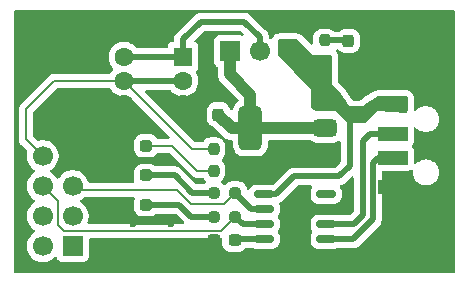
<source format=gbr>
%TF.GenerationSoftware,KiCad,Pcbnew,9.0.2*%
%TF.CreationDate,2025-05-29T11:38:48+08:00*%
%TF.ProjectId,uart_tool,75617274-5f74-46f6-9f6c-2e6b69636164,rev?*%
%TF.SameCoordinates,Original*%
%TF.FileFunction,Copper,L1,Top*%
%TF.FilePolarity,Positive*%
%FSLAX46Y46*%
G04 Gerber Fmt 4.6, Leading zero omitted, Abs format (unit mm)*
G04 Created by KiCad (PCBNEW 9.0.2) date 2025-05-29 11:38:48*
%MOMM*%
%LPD*%
G01*
G04 APERTURE LIST*
G04 Aperture macros list*
%AMRoundRect*
0 Rectangle with rounded corners*
0 $1 Rounding radius*
0 $2 $3 $4 $5 $6 $7 $8 $9 X,Y pos of 4 corners*
0 Add a 4 corners polygon primitive as box body*
4,1,4,$2,$3,$4,$5,$6,$7,$8,$9,$2,$3,0*
0 Add four circle primitives for the rounded corners*
1,1,$1+$1,$2,$3*
1,1,$1+$1,$4,$5*
1,1,$1+$1,$6,$7*
1,1,$1+$1,$8,$9*
0 Add four rect primitives between the rounded corners*
20,1,$1+$1,$2,$3,$4,$5,0*
20,1,$1+$1,$4,$5,$6,$7,0*
20,1,$1+$1,$6,$7,$8,$9,0*
20,1,$1+$1,$8,$9,$2,$3,0*%
G04 Aperture macros list end*
%TA.AperFunction,SMDPad,CuDef*%
%ADD10RoundRect,0.237500X-0.237500X0.250000X-0.237500X-0.250000X0.237500X-0.250000X0.237500X0.250000X0*%
%TD*%
%TA.AperFunction,SMDPad,CuDef*%
%ADD11RoundRect,0.237500X-0.287500X-0.237500X0.287500X-0.237500X0.287500X0.237500X-0.287500X0.237500X0*%
%TD*%
%TA.AperFunction,SMDPad,CuDef*%
%ADD12RoundRect,0.237500X-0.300000X-0.237500X0.300000X-0.237500X0.300000X0.237500X-0.300000X0.237500X0*%
%TD*%
%TA.AperFunction,SMDPad,CuDef*%
%ADD13RoundRect,0.237500X0.237500X-0.250000X0.237500X0.250000X-0.237500X0.250000X-0.237500X-0.250000X0*%
%TD*%
%TA.AperFunction,SMDPad,CuDef*%
%ADD14RoundRect,0.375000X0.625000X0.375000X-0.625000X0.375000X-0.625000X-0.375000X0.625000X-0.375000X0*%
%TD*%
%TA.AperFunction,SMDPad,CuDef*%
%ADD15RoundRect,0.500000X0.500000X1.400000X-0.500000X1.400000X-0.500000X-1.400000X0.500000X-1.400000X0*%
%TD*%
%TA.AperFunction,ComponentPad*%
%ADD16R,1.700000X1.700000*%
%TD*%
%TA.AperFunction,ComponentPad*%
%ADD17C,1.700000*%
%TD*%
%TA.AperFunction,SMDPad,CuDef*%
%ADD18RoundRect,0.237500X0.237500X-0.300000X0.237500X0.300000X-0.237500X0.300000X-0.237500X-0.300000X0*%
%TD*%
%TA.AperFunction,SMDPad,CuDef*%
%ADD19RoundRect,0.237500X0.250000X0.237500X-0.250000X0.237500X-0.250000X-0.237500X0.250000X-0.237500X0*%
%TD*%
%TA.AperFunction,SMDPad,CuDef*%
%ADD20R,2.500000X1.200000*%
%TD*%
%TA.AperFunction,ComponentPad*%
%ADD21O,4.000000X1.500000*%
%TD*%
%TA.AperFunction,ComponentPad*%
%ADD22R,1.600000X1.600000*%
%TD*%
%TA.AperFunction,ComponentPad*%
%ADD23C,1.600000*%
%TD*%
%TA.AperFunction,SMDPad,CuDef*%
%ADD24RoundRect,0.150000X0.675000X0.150000X-0.675000X0.150000X-0.675000X-0.150000X0.675000X-0.150000X0*%
%TD*%
%TA.AperFunction,SMDPad,CuDef*%
%ADD25RoundRect,0.237500X0.237500X-0.287500X0.237500X0.287500X-0.237500X0.287500X-0.237500X-0.287500X0*%
%TD*%
%TA.AperFunction,ViaPad*%
%ADD26C,0.600000*%
%TD*%
%TA.AperFunction,Conductor*%
%ADD27C,0.200000*%
%TD*%
%TA.AperFunction,Conductor*%
%ADD28C,0.500000*%
%TD*%
%TA.AperFunction,Conductor*%
%ADD29C,1.000000*%
%TD*%
G04 APERTURE END LIST*
D10*
%TO.P,R4,2*%
%TO.N,Net-(D4-A)*%
X176100000Y-97612500D03*
%TO.P,R4,1*%
%TO.N,/IO_CTRL*%
X176100000Y-95787500D03*
%TD*%
D11*
%TO.P,D4,1,K*%
%TO.N,GND*%
X168625000Y-95500000D03*
%TO.P,D4,2,A*%
%TO.N,Net-(D4-A)*%
X170375000Y-95500000D03*
%TD*%
%TO.P,D3,1,K*%
%TO.N,GND*%
X168625000Y-100500000D03*
%TO.P,D3,2,A*%
%TO.N,Net-(D3-A)*%
X170375000Y-100500000D03*
%TD*%
D12*
%TO.P,C3,1*%
%TO.N,GND*%
X176137500Y-103500000D03*
%TO.P,C3,2*%
%TO.N,Net-(U2-V3)*%
X177862500Y-103500000D03*
%TD*%
D13*
%TO.P,R1,1*%
%TO.N,VBUS*%
X185500000Y-88412500D03*
%TO.P,R1,2*%
%TO.N,Net-(D1-A)*%
X185500000Y-86587500D03*
%TD*%
D14*
%TO.P,U1,1,GND*%
%TO.N,GND*%
X185512500Y-96300000D03*
%TO.P,U1,2,VO*%
%TO.N,/3.3V*%
X185512500Y-94000000D03*
D15*
X179212500Y-94000000D03*
D14*
%TO.P,U1,3,VI*%
%TO.N,VBUS*%
X185512500Y-91700000D03*
%TD*%
D16*
%TO.P,J1,1,Pin_1*%
%TO.N,/3.3V*%
X177460000Y-87500000D03*
D17*
%TO.P,J1,2,Pin_2*%
%TO.N,/SW_PWR*%
X180000000Y-87500000D03*
%TO.P,J1,3,Pin_3*%
%TO.N,VBUS*%
X182540000Y-87500000D03*
%TD*%
D18*
%TO.P,C2,1*%
%TO.N,/3.3V*%
X176500000Y-92862500D03*
%TO.P,C2,2*%
%TO.N,GND*%
X176500000Y-91137500D03*
%TD*%
D19*
%TO.P,R3,1*%
%TO.N,/UART_RX*%
X177912500Y-101500000D03*
%TO.P,R3,2*%
%TO.N,Net-(D3-A)*%
X176087500Y-101500000D03*
%TD*%
D18*
%TO.P,C1,1*%
%TO.N,VBUS*%
X188200000Y-92862500D03*
%TO.P,C1,2*%
%TO.N,GND*%
X188200000Y-91137500D03*
%TD*%
D19*
%TO.P,R2,1*%
%TO.N,/UART_TX*%
X177912500Y-99500000D03*
%TO.P,R2,2*%
%TO.N,Net-(D2-A)*%
X176087500Y-99500000D03*
%TD*%
D11*
%TO.P,D2,1,K*%
%TO.N,GND*%
X168625000Y-98000000D03*
%TO.P,D2,2,A*%
%TO.N,Net-(D2-A)*%
X170375000Y-98000000D03*
%TD*%
D20*
%TO.P,USB1,1,VCC*%
%TO.N,VBUS*%
X191273000Y-92000000D03*
%TO.P,USB1,2,D-*%
%TO.N,/USB_D-*%
X191273000Y-94500000D03*
%TO.P,USB1,3,D+*%
%TO.N,/USB_D+*%
X191273000Y-96500000D03*
%TO.P,USB1,4,GND*%
%TO.N,GND*%
X191273000Y-99000000D03*
D21*
%TO.P,USB1,5,5*%
X194073000Y-101200000D03*
%TO.P,USB1,6,6*%
X194073000Y-89800000D03*
%TD*%
D22*
%TO.P,SW1,1,1*%
%TO.N,/SW_PWR*%
X173499500Y-88000000D03*
D23*
%TO.P,SW1,2,2*%
%TO.N,/IO_CTRL*%
X173500000Y-90000000D03*
%TO.P,SW1,3,3*%
%TO.N,GND*%
X173500000Y-92000000D03*
%TO.P,SW1,4,4*%
%TO.N,/SW_PWR*%
X168500000Y-88000000D03*
%TO.P,SW1,5,5*%
%TO.N,/IO_CTRL*%
X168500000Y-90000000D03*
%TO.P,SW1,6,6*%
%TO.N,GND*%
X168500000Y-92000000D03*
%TD*%
D24*
%TO.P,U2,1,UD+*%
%TO.N,/USB_D+*%
X185625000Y-103405000D03*
%TO.P,U2,2,UD-*%
%TO.N,/USB_D-*%
X185625000Y-102135000D03*
%TO.P,U2,3,GND*%
%TO.N,GND*%
X185625000Y-100865000D03*
%TO.P,U2,4,~{RTS}*%
%TO.N,unconnected-(U2-~{RTS}-Pad4)*%
X185625000Y-99595000D03*
%TO.P,U2,5,VCC*%
%TO.N,VBUS*%
X180375000Y-99595000D03*
%TO.P,U2,6,TXD*%
%TO.N,/UART_TX*%
X180375000Y-100865000D03*
%TO.P,U2,7,RXD*%
%TO.N,/UART_RX*%
X180375000Y-102135000D03*
%TO.P,U2,8,V3*%
%TO.N,Net-(U2-V3)*%
X180375000Y-103405000D03*
%TD*%
D16*
%TO.P,J3,1,Pin_1*%
%TO.N,VBUS*%
X164160254Y-103999181D03*
D17*
%TO.P,J3,2,Pin_2*%
X161620254Y-103999181D03*
%TO.P,J3,3,Pin_3*%
%TO.N,/3.3V*%
X164160254Y-101459181D03*
%TO.P,J3,4,Pin_4*%
X161620254Y-101459181D03*
%TO.P,J3,5,Pin_5*%
%TO.N,/UART_TX*%
X164160254Y-98919181D03*
%TO.P,J3,6,Pin_6*%
%TO.N,/UART_RX*%
X161620254Y-98919181D03*
%TO.P,J3,7,Pin_7*%
%TO.N,GND*%
X164160254Y-96379181D03*
%TO.P,J3,8,Pin_8*%
%TO.N,/IO_CTRL*%
X161620254Y-96379181D03*
%TO.P,J3,9,Pin_9*%
%TO.N,GND*%
X164160254Y-93839181D03*
%TO.P,J3,10,Pin_10*%
X161620254Y-93839181D03*
%TD*%
D25*
%TO.P,D1,1,K*%
%TO.N,GND*%
X187500000Y-88375000D03*
%TO.P,D1,2,A*%
%TO.N,Net-(D1-A)*%
X187500000Y-86625000D03*
%TD*%
D26*
%TO.N,GND*%
X172485254Y-102119181D03*
X169285254Y-102119181D03*
%TD*%
D27*
%TO.N,GND*%
X172485254Y-102119181D02*
X169285254Y-102119181D01*
X168625000Y-101458927D02*
X169285254Y-102119181D01*
X168625000Y-100500000D02*
X168625000Y-101458927D01*
%TO.N,/UART_RX*%
X162885254Y-100184181D02*
X161620254Y-98919181D01*
X162885254Y-102219181D02*
X162885254Y-100184181D01*
X163390073Y-102724000D02*
X162885254Y-102219181D01*
X176688500Y-102724000D02*
X163390073Y-102724000D01*
X177912500Y-101500000D02*
X176688500Y-102724000D01*
X177912500Y-101500000D02*
X177958468Y-101545967D01*
%TO.N,/UART_TX*%
X164460254Y-99219181D02*
X164160254Y-98919181D01*
X172985254Y-99219181D02*
X164460254Y-99219181D01*
X174185254Y-100419181D02*
X172985254Y-99219181D01*
X176993319Y-100419181D02*
X174185254Y-100419181D01*
X177912500Y-99500000D02*
X176993319Y-100419181D01*
%TO.N,/IO_CTRL*%
X160185254Y-92419181D02*
X160185254Y-94944181D01*
X162604435Y-90000000D02*
X160185254Y-92419181D01*
X160185254Y-94944181D02*
X161620254Y-96379181D01*
X168500000Y-90000000D02*
X162604435Y-90000000D01*
X174287500Y-95787500D02*
X168500000Y-90000000D01*
X176100000Y-95787500D02*
X174287500Y-95787500D01*
%TO.N,Net-(D4-A)*%
X174700000Y-97612500D02*
X172587500Y-95500000D01*
X176100000Y-97612500D02*
X174700000Y-97612500D01*
%TO.N,GND*%
X194073000Y-89800000D02*
X193800000Y-89800000D01*
D28*
X168625000Y-98000000D02*
X168100000Y-98000000D01*
D27*
X193800000Y-89800000D02*
X193500000Y-89500000D01*
D28*
%TO.N,VBUS*%
X181400000Y-99600000D02*
X182900000Y-98100000D01*
X186700000Y-98100000D02*
X187600000Y-97200000D01*
X187600000Y-97200000D02*
X187600000Y-93462500D01*
X181395000Y-99595000D02*
X181400000Y-99600000D01*
X182900000Y-98100000D02*
X186700000Y-98100000D01*
X180375000Y-99595000D02*
X181395000Y-99595000D01*
X187600000Y-93462500D02*
X188200000Y-92862500D01*
D29*
%TO.N,/3.3V*%
X179212500Y-94000000D02*
X179212500Y-91212500D01*
X179212500Y-94000000D02*
X185512500Y-94000000D01*
X176500000Y-92862500D02*
X177637500Y-94000000D01*
X177460000Y-89460000D02*
X177460000Y-87500000D01*
X179212500Y-91212500D02*
X177460000Y-89460000D01*
X177637500Y-94000000D02*
X179212500Y-94000000D01*
D28*
%TO.N,Net-(U2-V3)*%
X177957500Y-103405000D02*
X177862500Y-103500000D01*
X180375000Y-103405000D02*
X177957500Y-103405000D01*
%TO.N,Net-(D1-A)*%
X185500000Y-86587500D02*
X187462500Y-86587500D01*
X187462500Y-86587500D02*
X187500000Y-86625000D01*
%TO.N,Net-(D2-A)*%
X172800000Y-98000000D02*
X170375000Y-98000000D01*
X174300000Y-99500000D02*
X172800000Y-98000000D01*
X176087500Y-99500000D02*
X174300000Y-99500000D01*
%TO.N,Net-(D3-A)*%
X176087500Y-101500000D02*
X174200000Y-101500000D01*
X173200000Y-100500000D02*
X170375000Y-100500000D01*
X174200000Y-101500000D02*
X173200000Y-100500000D01*
D27*
%TO.N,Net-(D4-A)*%
X172587500Y-95500000D02*
X170375000Y-95500000D01*
D28*
%TO.N,/SW_PWR*%
X168500000Y-88000000D02*
X173499500Y-88000000D01*
X180000000Y-87500000D02*
X180000000Y-86297919D01*
X180000000Y-86297919D02*
X178702081Y-85000000D01*
X173499500Y-86500500D02*
X173499500Y-88000000D01*
X178702081Y-85000000D02*
X175000000Y-85000000D01*
X175000000Y-85000000D02*
X173499500Y-86500500D01*
%TO.N,/UART_RX*%
X178547500Y-102135000D02*
X177912500Y-101500000D01*
X180375000Y-102135000D02*
X178547500Y-102135000D01*
%TO.N,/IO_CTRL*%
X173500000Y-90000000D02*
X173600000Y-90100000D01*
X173500000Y-90000000D02*
X171600000Y-90000000D01*
X171600000Y-90000000D02*
X168500000Y-90000000D01*
%TO.N,/UART_TX*%
X179277500Y-100865000D02*
X177912500Y-99500000D01*
X180375000Y-100865000D02*
X179277500Y-100865000D01*
%TO.N,/USB_D-*%
X188700000Y-95100000D02*
X188700000Y-101400000D01*
X191273000Y-94500000D02*
X189300000Y-94500000D01*
X189300000Y-94500000D02*
X188700000Y-95100000D01*
X187965000Y-102135000D02*
X185625000Y-102135000D01*
X188700000Y-101400000D02*
X187965000Y-102135000D01*
%TO.N,/USB_D+*%
X190000000Y-96500000D02*
X189572000Y-96928000D01*
X189572000Y-101728000D02*
X187895000Y-103405000D01*
X189572000Y-96928000D02*
X189572000Y-101728000D01*
X191273000Y-96500000D02*
X190000000Y-96500000D01*
X187895000Y-103405000D02*
X185625000Y-103405000D01*
%TD*%
%TA.AperFunction,Conductor*%
%TO.N,GND*%
G36*
X169352092Y-99839366D02*
G01*
X169397847Y-99892170D01*
X169407791Y-99961328D01*
X169402759Y-99982683D01*
X169359826Y-100112247D01*
X169359826Y-100112248D01*
X169359825Y-100112248D01*
X169349500Y-100213315D01*
X169349500Y-100786669D01*
X169349501Y-100786687D01*
X169359825Y-100887752D01*
X169377393Y-100940766D01*
X169414092Y-101051516D01*
X169504660Y-101198350D01*
X169626650Y-101320340D01*
X169773484Y-101410908D01*
X169937247Y-101465174D01*
X170038323Y-101475500D01*
X170711676Y-101475499D01*
X170711684Y-101475498D01*
X170711687Y-101475498D01*
X170767030Y-101469844D01*
X170812753Y-101465174D01*
X170976516Y-101410908D01*
X171123350Y-101320340D01*
X171156871Y-101286819D01*
X171218194Y-101253334D01*
X171244552Y-101250500D01*
X172837770Y-101250500D01*
X172904809Y-101270185D01*
X172925451Y-101286819D01*
X173550452Y-101911819D01*
X173583937Y-101973142D01*
X173578953Y-102042833D01*
X173537082Y-102098767D01*
X173471617Y-102123184D01*
X173462771Y-102123500D01*
X165535074Y-102123500D01*
X165468035Y-102103815D01*
X165422280Y-102051011D01*
X165412336Y-101981853D01*
X165417143Y-101961182D01*
X165421778Y-101946917D01*
X165477500Y-101775424D01*
X165510754Y-101565468D01*
X165510754Y-101352894D01*
X165477500Y-101142938D01*
X165411811Y-100940769D01*
X165315305Y-100751365D01*
X165315303Y-100751362D01*
X165315302Y-100751360D01*
X165190363Y-100579394D01*
X165040040Y-100429071D01*
X164868074Y-100304132D01*
X164867369Y-100303772D01*
X164859308Y-100299666D01*
X164808513Y-100251693D01*
X164791717Y-100183873D01*
X164814253Y-100117737D01*
X164859308Y-100078696D01*
X164868070Y-100074232D01*
X164962813Y-100005398D01*
X165040040Y-99949290D01*
X165040042Y-99949287D01*
X165040046Y-99949285D01*
X165133331Y-99856000D01*
X165194654Y-99822515D01*
X165221012Y-99819681D01*
X169285053Y-99819681D01*
X169352092Y-99839366D01*
G37*
%TD.AperFunction*%
%TA.AperFunction,Conductor*%
G36*
X178406890Y-85770185D02*
G01*
X178427532Y-85786819D01*
X178619087Y-85978374D01*
X178652572Y-86039697D01*
X178647588Y-86109389D01*
X178605716Y-86165322D01*
X178540252Y-86189739D01*
X178488073Y-86182237D01*
X178417482Y-86155908D01*
X178417483Y-86155908D01*
X178357883Y-86149501D01*
X178357881Y-86149500D01*
X178357873Y-86149500D01*
X178357864Y-86149500D01*
X176562129Y-86149500D01*
X176562123Y-86149501D01*
X176502516Y-86155908D01*
X176367671Y-86206202D01*
X176367664Y-86206206D01*
X176252455Y-86292452D01*
X176252452Y-86292455D01*
X176166206Y-86407664D01*
X176166202Y-86407671D01*
X176115908Y-86542517D01*
X176109501Y-86602116D01*
X176109500Y-86602135D01*
X176109500Y-88397870D01*
X176109501Y-88397876D01*
X176115908Y-88457483D01*
X176166202Y-88592328D01*
X176166206Y-88592335D01*
X176252452Y-88707544D01*
X176252455Y-88707547D01*
X176367665Y-88793794D01*
X176367667Y-88793794D01*
X176367669Y-88793796D01*
X176378830Y-88797958D01*
X176434764Y-88839826D01*
X176459184Y-88905289D01*
X176459500Y-88914141D01*
X176459500Y-89558543D01*
X176476600Y-89644506D01*
X176476600Y-89644507D01*
X176497947Y-89751829D01*
X176497949Y-89751836D01*
X176504734Y-89768217D01*
X176573366Y-89933911D01*
X176573371Y-89933920D01*
X176682859Y-90097780D01*
X176682860Y-90097781D01*
X176682861Y-90097782D01*
X176822218Y-90237139D01*
X176822219Y-90237139D01*
X176829286Y-90244206D01*
X176829285Y-90244206D01*
X176829289Y-90244209D01*
X178164659Y-91579579D01*
X178198144Y-91640902D01*
X178193160Y-91710594D01*
X178155339Y-91763362D01*
X178001390Y-91888890D01*
X177872804Y-92046590D01*
X177872802Y-92046593D01*
X177809981Y-92166858D01*
X177778590Y-92226953D01*
X177749766Y-92327688D01*
X177725572Y-92412247D01*
X177725474Y-92412588D01*
X177722797Y-92416817D01*
X177722440Y-92421810D01*
X177704298Y-92446043D01*
X177688107Y-92471625D01*
X177683567Y-92473736D01*
X177680568Y-92477743D01*
X177652204Y-92488322D01*
X177624753Y-92501089D01*
X177619793Y-92500410D01*
X177615104Y-92502160D01*
X177585525Y-92495725D01*
X177555527Y-92491624D01*
X177550387Y-92488081D01*
X177546831Y-92487308D01*
X177518577Y-92466157D01*
X177486206Y-92433786D01*
X177456181Y-92385109D01*
X177410908Y-92248484D01*
X177320340Y-92101650D01*
X177198350Y-91979660D01*
X177051516Y-91889092D01*
X176887753Y-91834826D01*
X176887751Y-91834825D01*
X176786678Y-91824500D01*
X176213330Y-91824500D01*
X176213312Y-91824501D01*
X176112247Y-91834825D01*
X175948484Y-91889092D01*
X175948481Y-91889093D01*
X175801648Y-91979661D01*
X175679661Y-92101648D01*
X175589093Y-92248481D01*
X175589092Y-92248484D01*
X175534826Y-92412247D01*
X175534826Y-92412248D01*
X175534825Y-92412248D01*
X175524500Y-92513315D01*
X175524500Y-92626064D01*
X175522117Y-92650255D01*
X175499500Y-92763956D01*
X175499500Y-92763960D01*
X175499500Y-92961040D01*
X175507150Y-92999500D01*
X175522118Y-93074752D01*
X175524500Y-93098941D01*
X175524500Y-93211668D01*
X175524501Y-93211687D01*
X175534825Y-93312752D01*
X175565695Y-93405909D01*
X175589092Y-93476516D01*
X175679660Y-93623350D01*
X175801650Y-93745340D01*
X175948484Y-93835908D01*
X176085110Y-93881181D01*
X176133786Y-93911206D01*
X176857235Y-94634655D01*
X176857264Y-94634686D01*
X176999714Y-94777136D01*
X176999718Y-94777139D01*
X177163579Y-94886628D01*
X177163592Y-94886635D01*
X177292333Y-94939961D01*
X177327823Y-94954661D01*
X177345664Y-94962051D01*
X177427936Y-94978416D01*
X177538959Y-95000500D01*
X177538960Y-95000500D01*
X177596197Y-95000500D01*
X177604323Y-95001579D01*
X177629067Y-95012558D01*
X177655040Y-95020185D01*
X177660527Y-95026517D01*
X177668188Y-95029917D01*
X177683068Y-95052531D01*
X177700795Y-95072989D01*
X177702901Y-95082672D01*
X177706594Y-95088284D01*
X177706723Y-95100238D01*
X177712001Y-95124500D01*
X177712001Y-95458034D01*
X177722613Y-95577415D01*
X177778589Y-95773045D01*
X177778590Y-95773048D01*
X177778591Y-95773049D01*
X177872802Y-95953407D01*
X177907477Y-95995933D01*
X178001390Y-96111109D01*
X178060620Y-96159404D01*
X178159093Y-96239698D01*
X178339451Y-96333909D01*
X178535082Y-96389886D01*
X178654463Y-96400500D01*
X179770536Y-96400499D01*
X179889918Y-96389886D01*
X180085549Y-96333909D01*
X180265907Y-96239698D01*
X180423609Y-96111109D01*
X180552198Y-95953407D01*
X180646409Y-95773049D01*
X180702386Y-95577418D01*
X180713000Y-95458037D01*
X180713000Y-95124500D01*
X180732685Y-95057461D01*
X180785489Y-95011706D01*
X180837000Y-95000500D01*
X184224576Y-95000500D01*
X184291615Y-95020185D01*
X184302260Y-95027850D01*
X184362969Y-95076650D01*
X184413204Y-95117030D01*
X184413207Y-95117032D01*
X184583802Y-95201639D01*
X184583803Y-95201639D01*
X184583807Y-95201641D01*
X184768611Y-95247600D01*
X184811377Y-95250500D01*
X186213622Y-95250499D01*
X186256389Y-95247600D01*
X186441193Y-95201641D01*
X186611796Y-95117030D01*
X186647813Y-95088078D01*
X186712396Y-95061419D01*
X186781140Y-95073909D01*
X186832219Y-95121582D01*
X186849500Y-95184725D01*
X186849500Y-96837770D01*
X186829815Y-96904809D01*
X186813181Y-96925451D01*
X186425451Y-97313181D01*
X186364128Y-97346666D01*
X186337770Y-97349500D01*
X182826080Y-97349500D01*
X182681092Y-97378340D01*
X182681082Y-97378343D01*
X182544511Y-97434912D01*
X182544498Y-97434919D01*
X182421584Y-97517048D01*
X182421580Y-97517051D01*
X181180450Y-98758181D01*
X181119127Y-98791666D01*
X181092769Y-98794500D01*
X179634298Y-98794500D01*
X179597432Y-98797401D01*
X179597426Y-98797402D01*
X179439606Y-98843254D01*
X179439603Y-98843255D01*
X179298137Y-98926917D01*
X179298129Y-98926923D01*
X179181923Y-99043129D01*
X179181916Y-99043138D01*
X179118400Y-99150539D01*
X179067331Y-99198223D01*
X178998589Y-99210726D01*
X178934000Y-99184080D01*
X178894070Y-99126745D01*
X178890413Y-99113365D01*
X178890174Y-99112252D01*
X178890174Y-99112247D01*
X178835908Y-98948484D01*
X178745340Y-98801650D01*
X178623350Y-98679660D01*
X178492573Y-98598996D01*
X178476518Y-98589093D01*
X178476513Y-98589091D01*
X178459502Y-98583454D01*
X178312753Y-98534826D01*
X178312751Y-98534825D01*
X178211678Y-98524500D01*
X177613330Y-98524500D01*
X177613312Y-98524501D01*
X177512247Y-98534825D01*
X177348484Y-98589092D01*
X177348481Y-98589093D01*
X177201648Y-98679661D01*
X177087681Y-98793629D01*
X177081930Y-98796768D01*
X177078216Y-98802168D01*
X177051640Y-98813308D01*
X177026358Y-98827114D01*
X177019823Y-98826646D01*
X177013780Y-98829180D01*
X176985406Y-98824185D01*
X176956666Y-98822130D01*
X176949819Y-98817921D01*
X176944968Y-98817067D01*
X176924318Y-98802242D01*
X176915891Y-98797062D01*
X176914083Y-98795393D01*
X176798350Y-98679660D01*
X176769302Y-98661743D01*
X176760496Y-98653614D01*
X176748453Y-98633512D01*
X176732784Y-98616092D01*
X176730832Y-98604100D01*
X176724588Y-98593677D01*
X176725324Y-98570256D01*
X176721561Y-98547129D01*
X176726402Y-98535984D01*
X176726785Y-98523842D01*
X176740065Y-98504538D01*
X176749404Y-98483047D01*
X176762897Y-98471355D01*
X176766389Y-98466280D01*
X176770970Y-98464359D01*
X176779509Y-98456961D01*
X176798350Y-98445340D01*
X176920340Y-98323350D01*
X177010908Y-98176516D01*
X177065174Y-98012753D01*
X177075500Y-97911677D01*
X177075499Y-97313324D01*
X177075484Y-97313181D01*
X177065174Y-97212247D01*
X177054376Y-97179661D01*
X177010908Y-97048484D01*
X176920340Y-96901650D01*
X176806371Y-96787681D01*
X176772886Y-96726358D01*
X176777870Y-96656666D01*
X176806371Y-96612319D01*
X176819009Y-96599681D01*
X176920340Y-96498350D01*
X177010908Y-96351516D01*
X177065174Y-96187753D01*
X177075500Y-96086677D01*
X177075499Y-95488324D01*
X177065174Y-95387247D01*
X177010908Y-95223484D01*
X176920340Y-95076650D01*
X176798350Y-94954660D01*
X176707129Y-94898395D01*
X176651518Y-94864093D01*
X176651513Y-94864091D01*
X176631656Y-94857511D01*
X176487753Y-94809826D01*
X176487751Y-94809825D01*
X176386678Y-94799500D01*
X175813330Y-94799500D01*
X175813312Y-94799501D01*
X175712247Y-94809825D01*
X175548484Y-94864092D01*
X175548481Y-94864093D01*
X175401648Y-94954661D01*
X175279659Y-95076650D01*
X175247928Y-95128096D01*
X175195980Y-95174821D01*
X175142389Y-95187000D01*
X174587597Y-95187000D01*
X174520558Y-95167315D01*
X174499916Y-95150681D01*
X170311416Y-90962181D01*
X170277931Y-90900858D01*
X170282915Y-90831166D01*
X170324787Y-90775233D01*
X170390251Y-90750816D01*
X170399097Y-90750500D01*
X171526082Y-90750500D01*
X172374582Y-90750500D01*
X172441621Y-90770185D01*
X172474900Y-90801615D01*
X172508028Y-90847212D01*
X172508032Y-90847217D01*
X172652786Y-90991971D01*
X172807749Y-91104556D01*
X172818390Y-91112287D01*
X172907457Y-91157669D01*
X173000776Y-91205218D01*
X173000778Y-91205218D01*
X173000781Y-91205220D01*
X173105137Y-91239127D01*
X173195465Y-91268477D01*
X173296557Y-91284488D01*
X173397648Y-91300500D01*
X173397649Y-91300500D01*
X173602351Y-91300500D01*
X173602352Y-91300500D01*
X173804534Y-91268477D01*
X173999219Y-91205220D01*
X174181610Y-91112287D01*
X174277736Y-91042448D01*
X174347213Y-90991971D01*
X174347215Y-90991968D01*
X174347219Y-90991966D01*
X174491966Y-90847219D01*
X174491968Y-90847215D01*
X174491971Y-90847213D01*
X174570897Y-90738579D01*
X174612287Y-90681610D01*
X174705220Y-90499219D01*
X174768477Y-90304534D01*
X174800500Y-90102352D01*
X174800500Y-89897648D01*
X174768477Y-89695466D01*
X174751919Y-89644507D01*
X174711296Y-89519481D01*
X174705220Y-89500781D01*
X174705218Y-89500778D01*
X174705218Y-89500776D01*
X174661611Y-89415194D01*
X174612707Y-89319215D01*
X174599812Y-89250549D01*
X174626088Y-89185809D01*
X174648883Y-89163656D01*
X174657046Y-89157546D01*
X174743296Y-89042331D01*
X174793591Y-88907483D01*
X174800000Y-88847873D01*
X174799999Y-87152128D01*
X174793591Y-87092517D01*
X174744793Y-86961684D01*
X174743297Y-86957671D01*
X174743293Y-86957664D01*
X174657047Y-86842455D01*
X174657044Y-86842452D01*
X174541835Y-86756206D01*
X174534132Y-86752000D01*
X174484727Y-86702594D01*
X174469876Y-86634321D01*
X174494294Y-86568857D01*
X174505872Y-86555494D01*
X175274548Y-85786819D01*
X175335871Y-85753334D01*
X175362229Y-85750500D01*
X178339851Y-85750500D01*
X178406890Y-85770185D01*
G37*
%TD.AperFunction*%
%TA.AperFunction,Conductor*%
G36*
X167337437Y-90620185D02*
G01*
X167380883Y-90668205D01*
X167387715Y-90681614D01*
X167508028Y-90847213D01*
X167652786Y-90991971D01*
X167807749Y-91104556D01*
X167818390Y-91112287D01*
X167907457Y-91157669D01*
X168000776Y-91205218D01*
X168000778Y-91205218D01*
X168000781Y-91205220D01*
X168105137Y-91239127D01*
X168195465Y-91268477D01*
X168296557Y-91284488D01*
X168397648Y-91300500D01*
X168397649Y-91300500D01*
X168602351Y-91300500D01*
X168602352Y-91300500D01*
X168804534Y-91268477D01*
X168818842Y-91263827D01*
X168888682Y-91261831D01*
X168944842Y-91294077D01*
X172338584Y-94687819D01*
X172372069Y-94749142D01*
X172367085Y-94818834D01*
X172325213Y-94874767D01*
X172259749Y-94899184D01*
X172250903Y-94899500D01*
X171374901Y-94899500D01*
X171307862Y-94879815D01*
X171269362Y-94840596D01*
X171245340Y-94801650D01*
X171123351Y-94679661D01*
X171123350Y-94679660D01*
X170976516Y-94589092D01*
X170812753Y-94534826D01*
X170812751Y-94534825D01*
X170711678Y-94524500D01*
X170038330Y-94524500D01*
X170038312Y-94524501D01*
X169937247Y-94534825D01*
X169773484Y-94589092D01*
X169773481Y-94589093D01*
X169626648Y-94679661D01*
X169504661Y-94801648D01*
X169414093Y-94948481D01*
X169414091Y-94948486D01*
X169389322Y-95023235D01*
X169359826Y-95112247D01*
X169359826Y-95112248D01*
X169359825Y-95112248D01*
X169349500Y-95213315D01*
X169349500Y-95786669D01*
X169349501Y-95786687D01*
X169359825Y-95887752D01*
X169396109Y-95997249D01*
X169414092Y-96051516D01*
X169504660Y-96198350D01*
X169626650Y-96320340D01*
X169773484Y-96410908D01*
X169937247Y-96465174D01*
X170038323Y-96475500D01*
X170711676Y-96475499D01*
X170711684Y-96475498D01*
X170711687Y-96475498D01*
X170778568Y-96468666D01*
X170812753Y-96465174D01*
X170976516Y-96410908D01*
X171123350Y-96320340D01*
X171245340Y-96198350D01*
X171269362Y-96159404D01*
X171321310Y-96112679D01*
X171374901Y-96100500D01*
X172287403Y-96100500D01*
X172354442Y-96120185D01*
X172375084Y-96136819D01*
X174215139Y-97976874D01*
X174215149Y-97976885D01*
X174219479Y-97981215D01*
X174219480Y-97981216D01*
X174331284Y-98093020D01*
X174331286Y-98093021D01*
X174331290Y-98093024D01*
X174416192Y-98142042D01*
X174416193Y-98142042D01*
X174468215Y-98172077D01*
X174620943Y-98213000D01*
X175142389Y-98213000D01*
X175209428Y-98232685D01*
X175247928Y-98271904D01*
X175257681Y-98287717D01*
X175279660Y-98323350D01*
X175401650Y-98445340D01*
X175407988Y-98449249D01*
X175427760Y-98471230D01*
X175449429Y-98491337D01*
X175450862Y-98496912D01*
X175454713Y-98501194D01*
X175459462Y-98530375D01*
X175466822Y-98559007D01*
X175465012Y-98564472D01*
X175465938Y-98570156D01*
X175454158Y-98597268D01*
X175444869Y-98625338D01*
X175439926Y-98630027D01*
X175438097Y-98634239D01*
X175420862Y-98651210D01*
X175414711Y-98656183D01*
X175376650Y-98679660D01*
X175338500Y-98717809D01*
X175333416Y-98721921D01*
X175306955Y-98732933D01*
X175281806Y-98746666D01*
X175271224Y-98747803D01*
X175268910Y-98748767D01*
X175266413Y-98748320D01*
X175255448Y-98749500D01*
X174662229Y-98749500D01*
X174595190Y-98729815D01*
X174574548Y-98713181D01*
X173278421Y-97417052D01*
X173278414Y-97417046D01*
X173204729Y-97367812D01*
X173204729Y-97367813D01*
X173155491Y-97334913D01*
X173018917Y-97278343D01*
X173018907Y-97278340D01*
X172873920Y-97249500D01*
X172873918Y-97249500D01*
X171244552Y-97249500D01*
X171177513Y-97229815D01*
X171156871Y-97213181D01*
X171123351Y-97179661D01*
X171123350Y-97179660D01*
X170976516Y-97089092D01*
X170812753Y-97034826D01*
X170812751Y-97034825D01*
X170711678Y-97024500D01*
X170038330Y-97024500D01*
X170038312Y-97024501D01*
X169937247Y-97034825D01*
X169773484Y-97089092D01*
X169773481Y-97089093D01*
X169626648Y-97179661D01*
X169504661Y-97301648D01*
X169414093Y-97448481D01*
X169414091Y-97448486D01*
X169391372Y-97517048D01*
X169359826Y-97612247D01*
X169359826Y-97612248D01*
X169359825Y-97612248D01*
X169349500Y-97713315D01*
X169349500Y-98286669D01*
X169349501Y-98286687D01*
X169359825Y-98387752D01*
X169382334Y-98455676D01*
X169384736Y-98525505D01*
X169349005Y-98585547D01*
X169286484Y-98616740D01*
X169264628Y-98618681D01*
X165572706Y-98618681D01*
X165505667Y-98598996D01*
X165459912Y-98546192D01*
X165454775Y-98532999D01*
X165411811Y-98400769D01*
X165315305Y-98211365D01*
X165315303Y-98211362D01*
X165315302Y-98211360D01*
X165190363Y-98039394D01*
X165040040Y-97889071D01*
X164868074Y-97764132D01*
X164678668Y-97667625D01*
X164678667Y-97667624D01*
X164678666Y-97667624D01*
X164476497Y-97601935D01*
X164476495Y-97601934D01*
X164476494Y-97601934D01*
X164299650Y-97573925D01*
X164266541Y-97568681D01*
X164053967Y-97568681D01*
X164020858Y-97573925D01*
X163844014Y-97601934D01*
X163641839Y-97667625D01*
X163452433Y-97764132D01*
X163280467Y-97889071D01*
X163130144Y-98039394D01*
X163005203Y-98211363D01*
X163000738Y-98220127D01*
X162952763Y-98270923D01*
X162884942Y-98287717D01*
X162818807Y-98265179D01*
X162779770Y-98220127D01*
X162775304Y-98211363D01*
X162650363Y-98039394D01*
X162500040Y-97889071D01*
X162328074Y-97764132D01*
X162327369Y-97763772D01*
X162319308Y-97759666D01*
X162268513Y-97711693D01*
X162251717Y-97643873D01*
X162274253Y-97577737D01*
X162319308Y-97538696D01*
X162328070Y-97534232D01*
X162433620Y-97457546D01*
X162500040Y-97409290D01*
X162500042Y-97409287D01*
X162500046Y-97409285D01*
X162650358Y-97258973D01*
X162650360Y-97258969D01*
X162650363Y-97258967D01*
X162775302Y-97087001D01*
X162775301Y-97087001D01*
X162775305Y-97086997D01*
X162871811Y-96897593D01*
X162937500Y-96695424D01*
X162970754Y-96485468D01*
X162970754Y-96272894D01*
X162937500Y-96062938D01*
X162871811Y-95860769D01*
X162775305Y-95671365D01*
X162775303Y-95671362D01*
X162775302Y-95671360D01*
X162650363Y-95499394D01*
X162500040Y-95349071D01*
X162328074Y-95224132D01*
X162138668Y-95127625D01*
X162138667Y-95127624D01*
X162138666Y-95127624D01*
X161936497Y-95061935D01*
X161936495Y-95061934D01*
X161936494Y-95061934D01*
X161775211Y-95036389D01*
X161726541Y-95028681D01*
X161513967Y-95028681D01*
X161485260Y-95033227D01*
X161304011Y-95061934D01*
X161261727Y-95075673D01*
X161191886Y-95077667D01*
X161135730Y-95045422D01*
X160822073Y-94731765D01*
X160788588Y-94670442D01*
X160785754Y-94644084D01*
X160785754Y-92719278D01*
X160805439Y-92652239D01*
X160822073Y-92631597D01*
X162816852Y-90636819D01*
X162878175Y-90603334D01*
X162904533Y-90600500D01*
X167270398Y-90600500D01*
X167337437Y-90620185D01*
G37*
%TD.AperFunction*%
%TA.AperFunction,Conductor*%
G36*
X196442539Y-84020185D02*
G01*
X196488294Y-84072989D01*
X196499500Y-84124500D01*
X196499500Y-89415194D01*
X196495275Y-89447285D01*
X196490500Y-89465103D01*
X196490500Y-101534893D01*
X196495275Y-101552713D01*
X196499500Y-101584805D01*
X196499500Y-106176000D01*
X196479815Y-106243039D01*
X196427011Y-106288794D01*
X196375500Y-106300000D01*
X159324000Y-106300000D01*
X159256961Y-106280315D01*
X159211206Y-106227511D01*
X159200000Y-106176000D01*
X159200000Y-95023235D01*
X159584752Y-95023235D01*
X159590697Y-95045422D01*
X159618149Y-95147873D01*
X159625677Y-95175965D01*
X159625678Y-95175968D01*
X159632049Y-95187002D01*
X159632050Y-95187004D01*
X159704731Y-95312893D01*
X159704735Y-95312898D01*
X159823603Y-95431766D01*
X159823609Y-95431771D01*
X160286495Y-95894657D01*
X160319980Y-95955980D01*
X160316746Y-96020654D01*
X160303007Y-96062938D01*
X160275012Y-96239695D01*
X160269754Y-96272894D01*
X160269754Y-96485468D01*
X160278131Y-96538358D01*
X160298483Y-96666858D01*
X160303008Y-96695424D01*
X160349259Y-96837770D01*
X160368698Y-96897595D01*
X160465205Y-97087001D01*
X160590144Y-97258967D01*
X160740467Y-97409290D01*
X160912436Y-97534231D01*
X160921200Y-97538697D01*
X160971996Y-97586672D01*
X160988790Y-97654493D01*
X160966252Y-97720628D01*
X160921200Y-97759665D01*
X160912436Y-97764130D01*
X160740467Y-97889071D01*
X160590144Y-98039394D01*
X160465205Y-98211360D01*
X160368698Y-98400766D01*
X160303007Y-98602941D01*
X160269754Y-98812894D01*
X160269754Y-99025467D01*
X160299507Y-99213324D01*
X160303008Y-99235424D01*
X160365135Y-99426631D01*
X160368698Y-99437595D01*
X160465205Y-99627001D01*
X160590144Y-99798967D01*
X160740467Y-99949290D01*
X160912436Y-100074231D01*
X160921200Y-100078697D01*
X160971996Y-100126672D01*
X160988790Y-100194493D01*
X160966252Y-100260628D01*
X160921200Y-100299665D01*
X160912436Y-100304130D01*
X160740467Y-100429071D01*
X160590144Y-100579394D01*
X160465205Y-100751360D01*
X160368698Y-100940766D01*
X160303007Y-101142941D01*
X160269754Y-101352894D01*
X160269754Y-101565467D01*
X160294958Y-101724603D01*
X160303008Y-101775424D01*
X160366067Y-101969500D01*
X160368698Y-101977595D01*
X160465205Y-102167001D01*
X160590144Y-102338967D01*
X160740467Y-102489290D01*
X160912436Y-102614231D01*
X160921200Y-102618697D01*
X160971996Y-102666672D01*
X160988790Y-102734493D01*
X160966252Y-102800628D01*
X160921200Y-102839665D01*
X160912436Y-102844130D01*
X160740467Y-102969071D01*
X160590144Y-103119394D01*
X160465205Y-103291360D01*
X160368698Y-103480766D01*
X160303007Y-103682941D01*
X160282028Y-103815398D01*
X160269754Y-103892894D01*
X160269754Y-104105468D01*
X160303008Y-104315424D01*
X160355019Y-104475498D01*
X160368698Y-104517595D01*
X160465205Y-104707001D01*
X160590144Y-104878967D01*
X160740467Y-105029290D01*
X160912433Y-105154229D01*
X160912435Y-105154230D01*
X160912438Y-105154232D01*
X161101842Y-105250738D01*
X161304011Y-105316427D01*
X161513967Y-105349681D01*
X161513968Y-105349681D01*
X161726540Y-105349681D01*
X161726541Y-105349681D01*
X161936497Y-105316427D01*
X162138666Y-105250738D01*
X162328070Y-105154232D01*
X162500046Y-105029285D01*
X162613583Y-104915747D01*
X162674902Y-104882265D01*
X162744594Y-104887249D01*
X162800528Y-104929120D01*
X162817443Y-104960098D01*
X162866456Y-105091509D01*
X162866460Y-105091516D01*
X162952706Y-105206725D01*
X162952709Y-105206728D01*
X163067918Y-105292974D01*
X163067925Y-105292978D01*
X163202771Y-105343272D01*
X163202770Y-105343272D01*
X163209698Y-105344016D01*
X163262381Y-105349681D01*
X165058126Y-105349680D01*
X165117737Y-105343272D01*
X165252585Y-105292977D01*
X165367800Y-105206727D01*
X165454050Y-105091512D01*
X165504345Y-104956664D01*
X165510754Y-104897054D01*
X165510753Y-103448499D01*
X165530438Y-103381461D01*
X165583241Y-103335706D01*
X165634753Y-103324500D01*
X176601832Y-103324500D01*
X176609439Y-103324500D01*
X176609443Y-103324501D01*
X176700501Y-103324501D01*
X176767541Y-103344186D01*
X176813295Y-103396991D01*
X176813296Y-103397001D01*
X176824500Y-103448501D01*
X176824500Y-103786668D01*
X176824501Y-103786687D01*
X176834825Y-103887752D01*
X176871109Y-103997249D01*
X176889092Y-104051516D01*
X176979660Y-104198350D01*
X177101650Y-104320340D01*
X177248484Y-104410908D01*
X177412247Y-104465174D01*
X177513323Y-104475500D01*
X178211676Y-104475499D01*
X178211684Y-104475498D01*
X178211687Y-104475498D01*
X178267030Y-104469844D01*
X178312753Y-104465174D01*
X178476516Y-104410908D01*
X178623350Y-104320340D01*
X178745340Y-104198350D01*
X178745340Y-104198349D01*
X178750447Y-104193243D01*
X178752411Y-104195207D01*
X178799010Y-104162212D01*
X178839254Y-104155500D01*
X179417672Y-104155500D01*
X179452267Y-104160424D01*
X179597426Y-104202597D01*
X179597429Y-104202597D01*
X179597431Y-104202598D01*
X179634306Y-104205500D01*
X179634314Y-104205500D01*
X181115686Y-104205500D01*
X181115694Y-104205500D01*
X181152569Y-104202598D01*
X181152571Y-104202597D01*
X181152573Y-104202597D01*
X181194191Y-104190505D01*
X181310398Y-104156744D01*
X181451865Y-104073081D01*
X181568081Y-103956865D01*
X181651744Y-103815398D01*
X181697598Y-103657569D01*
X181700500Y-103620694D01*
X181700500Y-103189306D01*
X181697598Y-103152431D01*
X181687998Y-103119389D01*
X181651745Y-102994606D01*
X181651744Y-102994603D01*
X181651744Y-102994602D01*
X181568081Y-102853135D01*
X181568078Y-102853132D01*
X181563298Y-102846969D01*
X181565750Y-102845066D01*
X181539155Y-102796421D01*
X181544104Y-102726726D01*
X181564940Y-102694304D01*
X181563298Y-102693031D01*
X181568075Y-102686870D01*
X181568081Y-102686865D01*
X181651744Y-102545398D01*
X181697598Y-102387569D01*
X181700500Y-102350694D01*
X181700500Y-101919306D01*
X181697598Y-101882431D01*
X181693841Y-101869500D01*
X181651745Y-101724606D01*
X181651744Y-101724603D01*
X181651744Y-101724602D01*
X181568081Y-101583135D01*
X181568078Y-101583132D01*
X181563298Y-101576969D01*
X181565750Y-101575066D01*
X181539155Y-101526421D01*
X181544104Y-101456726D01*
X181564940Y-101424304D01*
X181563298Y-101423031D01*
X181568075Y-101416870D01*
X181568081Y-101416865D01*
X181651744Y-101275398D01*
X181697598Y-101117569D01*
X181700500Y-101080694D01*
X181700500Y-100649306D01*
X181697598Y-100612431D01*
X181687998Y-100579389D01*
X181651745Y-100454606D01*
X181651744Y-100454602D01*
X181651741Y-100454597D01*
X181648647Y-100447446D01*
X181651410Y-100446249D01*
X181637688Y-100392171D01*
X181659845Y-100325908D01*
X181714148Y-100282209D01*
X181755494Y-100265084D01*
X181878416Y-100182952D01*
X181982952Y-100078416D01*
X181982952Y-100078415D01*
X183174548Y-98886819D01*
X183235871Y-98853334D01*
X183262229Y-98850500D01*
X184328448Y-98850500D01*
X184395487Y-98870185D01*
X184441242Y-98922989D01*
X184451186Y-98992147D01*
X184435180Y-99037621D01*
X184348255Y-99184603D01*
X184348254Y-99184606D01*
X184302402Y-99342426D01*
X184302401Y-99342432D01*
X184299500Y-99379298D01*
X184299500Y-99810701D01*
X184302401Y-99847567D01*
X184302402Y-99847573D01*
X184348254Y-100005393D01*
X184348255Y-100005396D01*
X184431917Y-100146862D01*
X184431923Y-100146870D01*
X184548129Y-100263076D01*
X184548133Y-100263079D01*
X184548135Y-100263081D01*
X184689602Y-100346744D01*
X184731224Y-100358836D01*
X184847426Y-100392597D01*
X184847429Y-100392597D01*
X184847431Y-100392598D01*
X184884306Y-100395500D01*
X184884314Y-100395500D01*
X186365686Y-100395500D01*
X186365694Y-100395500D01*
X186402569Y-100392598D01*
X186402571Y-100392597D01*
X186402573Y-100392597D01*
X186444191Y-100380505D01*
X186560398Y-100346744D01*
X186701865Y-100263081D01*
X186818081Y-100146865D01*
X186901744Y-100005398D01*
X186947598Y-99847569D01*
X186950500Y-99810694D01*
X186950500Y-99379306D01*
X186947598Y-99342431D01*
X186901744Y-99184602D01*
X186818081Y-99043135D01*
X186818079Y-99043133D01*
X186818076Y-99043129D01*
X186814119Y-99039172D01*
X186780634Y-98977849D01*
X186785618Y-98908157D01*
X186827490Y-98852224D01*
X186877606Y-98829874D01*
X186918913Y-98821658D01*
X187055495Y-98765084D01*
X187120487Y-98721658D01*
X187120487Y-98721657D01*
X187120489Y-98721657D01*
X187149451Y-98702305D01*
X187178416Y-98682952D01*
X187737819Y-98123547D01*
X187799142Y-98090063D01*
X187868833Y-98095047D01*
X187924767Y-98136918D01*
X187949184Y-98202383D01*
X187949500Y-98211229D01*
X187949500Y-101037770D01*
X187929815Y-101104809D01*
X187913181Y-101125451D01*
X187690451Y-101348181D01*
X187629128Y-101381666D01*
X187602770Y-101384500D01*
X186582328Y-101384500D01*
X186547733Y-101379576D01*
X186402573Y-101337402D01*
X186402567Y-101337401D01*
X186365701Y-101334500D01*
X186365694Y-101334500D01*
X184884306Y-101334500D01*
X184884298Y-101334500D01*
X184847432Y-101337401D01*
X184847426Y-101337402D01*
X184689606Y-101383254D01*
X184689603Y-101383255D01*
X184548137Y-101466917D01*
X184548129Y-101466923D01*
X184431923Y-101583129D01*
X184431917Y-101583137D01*
X184348255Y-101724603D01*
X184348254Y-101724606D01*
X184302402Y-101882426D01*
X184302401Y-101882432D01*
X184299500Y-101919298D01*
X184299500Y-102350701D01*
X184302401Y-102387567D01*
X184302402Y-102387573D01*
X184348254Y-102545393D01*
X184348255Y-102545396D01*
X184431917Y-102686862D01*
X184436702Y-102693031D01*
X184434256Y-102694927D01*
X184460857Y-102743642D01*
X184455873Y-102813334D01*
X184435069Y-102845703D01*
X184436702Y-102846969D01*
X184431917Y-102853137D01*
X184348255Y-102994603D01*
X184348254Y-102994606D01*
X184302402Y-103152426D01*
X184302401Y-103152432D01*
X184299500Y-103189298D01*
X184299500Y-103620701D01*
X184302401Y-103657567D01*
X184302402Y-103657573D01*
X184348254Y-103815393D01*
X184348255Y-103815396D01*
X184431917Y-103956862D01*
X184431923Y-103956870D01*
X184548129Y-104073076D01*
X184548133Y-104073079D01*
X184548135Y-104073081D01*
X184689602Y-104156744D01*
X184702269Y-104160424D01*
X184847426Y-104202597D01*
X184847429Y-104202597D01*
X184847431Y-104202598D01*
X184884306Y-104205500D01*
X184884314Y-104205500D01*
X186365686Y-104205500D01*
X186365694Y-104205500D01*
X186402569Y-104202598D01*
X186402571Y-104202597D01*
X186402573Y-104202597D01*
X186547733Y-104160424D01*
X186582328Y-104155500D01*
X187968920Y-104155500D01*
X188066462Y-104136096D01*
X188113913Y-104126658D01*
X188250495Y-104070084D01*
X188299729Y-104037186D01*
X188373416Y-103987952D01*
X190154951Y-102206416D01*
X190237084Y-102083495D01*
X190293658Y-101946913D01*
X190322500Y-101801918D01*
X190322500Y-101654083D01*
X190322500Y-97724499D01*
X190342185Y-97657460D01*
X190394989Y-97611705D01*
X190446500Y-97600499D01*
X192570871Y-97600499D01*
X192570872Y-97600499D01*
X192630483Y-97594091D01*
X192765331Y-97543796D01*
X192778298Y-97534088D01*
X192843759Y-97509671D01*
X192912032Y-97524521D01*
X192961439Y-97573925D01*
X192976293Y-97642197D01*
X192975548Y-97649539D01*
X192972633Y-97671682D01*
X192972633Y-97828316D01*
X192989855Y-97959138D01*
X192989856Y-97959143D01*
X192989857Y-97959149D01*
X192995769Y-97981213D01*
X193030395Y-98110441D01*
X193080894Y-98232356D01*
X193080899Y-98232367D01*
X193159207Y-98367999D01*
X193159219Y-98368017D01*
X193227906Y-98457530D01*
X193239546Y-98472699D01*
X193350301Y-98583454D01*
X193357650Y-98589093D01*
X193454982Y-98663780D01*
X193454986Y-98663782D01*
X193454993Y-98663788D01*
X193455000Y-98663792D01*
X193590632Y-98742100D01*
X193590637Y-98742102D01*
X193590640Y-98742104D01*
X193712557Y-98792604D01*
X193863851Y-98833143D01*
X193940669Y-98843256D01*
X193994683Y-98850367D01*
X193994684Y-98850367D01*
X194151317Y-98850367D01*
X194181021Y-98846456D01*
X194282149Y-98833143D01*
X194433443Y-98792604D01*
X194555360Y-98742104D01*
X194691007Y-98663788D01*
X194795699Y-98583454D01*
X194906454Y-98472699D01*
X194986788Y-98368007D01*
X195065104Y-98232360D01*
X195115604Y-98110443D01*
X195156143Y-97959149D01*
X195173367Y-97828316D01*
X195173367Y-97671684D01*
X195171494Y-97657460D01*
X195164185Y-97601935D01*
X195156143Y-97540851D01*
X195115604Y-97389557D01*
X195065104Y-97267640D01*
X195065102Y-97267637D01*
X195065100Y-97267632D01*
X194986792Y-97132000D01*
X194986788Y-97131993D01*
X194953868Y-97089092D01*
X194906457Y-97027305D01*
X194906454Y-97027301D01*
X194795699Y-96916546D01*
X194795694Y-96916542D01*
X194691017Y-96836219D01*
X194690999Y-96836207D01*
X194555367Y-96757899D01*
X194555356Y-96757894D01*
X194433441Y-96707395D01*
X194357796Y-96687126D01*
X194282149Y-96666857D01*
X194282143Y-96666856D01*
X194282138Y-96666855D01*
X194151317Y-96649633D01*
X194151316Y-96649633D01*
X193994684Y-96649633D01*
X193994683Y-96649633D01*
X193863861Y-96666855D01*
X193863854Y-96666856D01*
X193863851Y-96666857D01*
X193838529Y-96673642D01*
X193712558Y-96707395D01*
X193590643Y-96757894D01*
X193590632Y-96757899D01*
X193455000Y-96836207D01*
X193454982Y-96836219D01*
X193350305Y-96916542D01*
X193350295Y-96916551D01*
X193236676Y-97030171D01*
X193235678Y-97029173D01*
X193181661Y-97063395D01*
X193111793Y-97062942D01*
X193053261Y-97024787D01*
X193024649Y-96961044D01*
X193023499Y-96944206D01*
X193023499Y-95852128D01*
X193017091Y-95792517D01*
X193014912Y-95786676D01*
X192966797Y-95657671D01*
X192966796Y-95657669D01*
X192906720Y-95577418D01*
X192904393Y-95574310D01*
X192879977Y-95508847D01*
X192894828Y-95440574D01*
X192904394Y-95425689D01*
X192915490Y-95410867D01*
X192966796Y-95342331D01*
X193017091Y-95207483D01*
X193023500Y-95147873D01*
X193023499Y-94055803D01*
X193043184Y-93988765D01*
X193095987Y-93943010D01*
X193165146Y-93933066D01*
X193228702Y-93962091D01*
X193236580Y-93969924D01*
X193236676Y-93969829D01*
X193239546Y-93972699D01*
X193350301Y-94083454D01*
X193350305Y-94083457D01*
X193454982Y-94163780D01*
X193454986Y-94163782D01*
X193454993Y-94163788D01*
X193455000Y-94163792D01*
X193590632Y-94242100D01*
X193590637Y-94242102D01*
X193590640Y-94242104D01*
X193712557Y-94292604D01*
X193863851Y-94333143D01*
X193956251Y-94345307D01*
X193994683Y-94350367D01*
X193994684Y-94350367D01*
X194151317Y-94350367D01*
X194181021Y-94346456D01*
X194282149Y-94333143D01*
X194433443Y-94292604D01*
X194555360Y-94242104D01*
X194691007Y-94163788D01*
X194795699Y-94083454D01*
X194906454Y-93972699D01*
X194986788Y-93868007D01*
X195065104Y-93732360D01*
X195115604Y-93610443D01*
X195156143Y-93459149D01*
X195173367Y-93328316D01*
X195173367Y-93171684D01*
X195156143Y-93040851D01*
X195115604Y-92889557D01*
X195065104Y-92767640D01*
X195065102Y-92767637D01*
X195065100Y-92767632D01*
X194986792Y-92632000D01*
X194986788Y-92631993D01*
X194986484Y-92631597D01*
X194906457Y-92527305D01*
X194906454Y-92527301D01*
X194795699Y-92416546D01*
X194773860Y-92399788D01*
X194691017Y-92336219D01*
X194690999Y-92336207D01*
X194555367Y-92257899D01*
X194555356Y-92257894D01*
X194433441Y-92207395D01*
X194357796Y-92187126D01*
X194282149Y-92166857D01*
X194282143Y-92166856D01*
X194282138Y-92166855D01*
X194151317Y-92149633D01*
X194151316Y-92149633D01*
X193994684Y-92149633D01*
X193994683Y-92149633D01*
X193863861Y-92166855D01*
X193863854Y-92166856D01*
X193863851Y-92166857D01*
X193831876Y-92175424D01*
X193712558Y-92207395D01*
X193590643Y-92257894D01*
X193590632Y-92257899D01*
X193455000Y-92336207D01*
X193454982Y-92336219D01*
X193350305Y-92416542D01*
X193350295Y-92416551D01*
X193236676Y-92530171D01*
X193235678Y-92529173D01*
X193181661Y-92563395D01*
X193111793Y-92562942D01*
X193053261Y-92524787D01*
X193024649Y-92461044D01*
X193023499Y-92444206D01*
X193023499Y-91352128D01*
X193017091Y-91292517D01*
X193008124Y-91268476D01*
X192966797Y-91157671D01*
X192966793Y-91157664D01*
X192880548Y-91042457D01*
X192880546Y-91042454D01*
X192880544Y-91042452D01*
X192880540Y-91042448D01*
X192866005Y-91031567D01*
X192846609Y-91013509D01*
X192825068Y-90988651D01*
X192716335Y-90894432D01*
X192716331Y-90894430D01*
X192585465Y-90834664D01*
X192585460Y-90834662D01*
X192585459Y-90834662D01*
X192518420Y-90814977D01*
X192518422Y-90814977D01*
X192518417Y-90814976D01*
X192470944Y-90808150D01*
X192376000Y-90794500D01*
X190033524Y-90794500D01*
X189901603Y-90812017D01*
X189860438Y-90823146D01*
X189839122Y-90828909D01*
X189839119Y-90828910D01*
X189839116Y-90828911D01*
X189839110Y-90828913D01*
X189716342Y-90880248D01*
X189716333Y-90880253D01*
X188818308Y-91404101D01*
X188719991Y-91478935D01*
X188719990Y-91478936D01*
X188678145Y-91519767D01*
X188676927Y-91520955D01*
X188657404Y-91545337D01*
X188648292Y-91555512D01*
X188592937Y-91610867D01*
X188570354Y-91628724D01*
X188548766Y-91642040D01*
X188522672Y-91654208D01*
X188494193Y-91663645D01*
X188467884Y-91669287D01*
X188467301Y-91669347D01*
X188454606Y-91669999D01*
X187945393Y-91669999D01*
X187932732Y-91669350D01*
X187932133Y-91669289D01*
X187905805Y-91663645D01*
X187877326Y-91654208D01*
X187851236Y-91642042D01*
X187829643Y-91628723D01*
X187807061Y-91610867D01*
X187789132Y-91592938D01*
X187771274Y-91570354D01*
X187750376Y-91536473D01*
X187741748Y-91519767D01*
X187723993Y-91477873D01*
X187705488Y-91442480D01*
X187661922Y-91373396D01*
X187267289Y-90847219D01*
X187009682Y-90503742D01*
X186987158Y-90475831D01*
X186975646Y-90462558D01*
X186951207Y-90436322D01*
X186641819Y-90126934D01*
X186608334Y-90065611D01*
X186605500Y-90039253D01*
X186605500Y-87924010D01*
X186605500Y-87924000D01*
X186593947Y-87816544D01*
X186582741Y-87765033D01*
X186559587Y-87695466D01*
X186548616Y-87662502D01*
X186548613Y-87662496D01*
X186499392Y-87585908D01*
X186470825Y-87541457D01*
X186470819Y-87541450D01*
X186468174Y-87537916D01*
X186469475Y-87536941D01*
X186464926Y-87526978D01*
X186453257Y-87513511D01*
X186450719Y-87495860D01*
X186443311Y-87479635D01*
X186445849Y-87461993D01*
X186443313Y-87444353D01*
X186450722Y-87428129D01*
X186453262Y-87410477D01*
X186464933Y-87397009D01*
X186472338Y-87380797D01*
X186487342Y-87371154D01*
X186499022Y-87357678D01*
X186516125Y-87352656D01*
X186531116Y-87343023D01*
X186566051Y-87338000D01*
X186592948Y-87338000D01*
X186659987Y-87357685D01*
X186680629Y-87374319D01*
X186801650Y-87495340D01*
X186948484Y-87585908D01*
X187112247Y-87640174D01*
X187213323Y-87650500D01*
X187786676Y-87650499D01*
X187786684Y-87650498D01*
X187786687Y-87650498D01*
X187842030Y-87644844D01*
X187887753Y-87640174D01*
X188051516Y-87585908D01*
X188198350Y-87495340D01*
X188320340Y-87373350D01*
X188410908Y-87226516D01*
X188465174Y-87062753D01*
X188475500Y-86961677D01*
X188475499Y-86288324D01*
X188474811Y-86281592D01*
X188465174Y-86187247D01*
X188461093Y-86174931D01*
X188410908Y-86023484D01*
X188320340Y-85876650D01*
X188198350Y-85754660D01*
X188051516Y-85664092D01*
X187887753Y-85609826D01*
X187887751Y-85609825D01*
X187786678Y-85599500D01*
X187213330Y-85599500D01*
X187213312Y-85599501D01*
X187112247Y-85609825D01*
X186948484Y-85664092D01*
X186948481Y-85664093D01*
X186801648Y-85754661D01*
X186755629Y-85800681D01*
X186694306Y-85834166D01*
X186667948Y-85837000D01*
X186332052Y-85837000D01*
X186265013Y-85817315D01*
X186244371Y-85800681D01*
X186198351Y-85754661D01*
X186198350Y-85754660D01*
X186051516Y-85664092D01*
X185887753Y-85609826D01*
X185887751Y-85609825D01*
X185786678Y-85599500D01*
X185213330Y-85599500D01*
X185213312Y-85599501D01*
X185112247Y-85609825D01*
X184948484Y-85664092D01*
X184948481Y-85664093D01*
X184801648Y-85754661D01*
X184679661Y-85876648D01*
X184589093Y-86023481D01*
X184589091Y-86023486D01*
X184579847Y-86051383D01*
X184534826Y-86187247D01*
X184534826Y-86187248D01*
X184534825Y-86187248D01*
X184524500Y-86288315D01*
X184524500Y-86810254D01*
X184504815Y-86877293D01*
X184452011Y-86923048D01*
X184382853Y-86932992D01*
X184319297Y-86903967D01*
X184312819Y-86897935D01*
X183593776Y-86178892D01*
X183593761Y-86178877D01*
X183593737Y-86178855D01*
X183553519Y-86142728D01*
X183553507Y-86142718D01*
X183532856Y-86126076D01*
X183488974Y-86094433D01*
X183358100Y-86034663D01*
X183291055Y-86014976D01*
X183228985Y-86006052D01*
X183148638Y-85994500D01*
X181624000Y-85994500D01*
X181623991Y-85994500D01*
X181623990Y-85994501D01*
X181516549Y-86006052D01*
X181516537Y-86006054D01*
X181465027Y-86017260D01*
X181362502Y-86051383D01*
X181362496Y-86051386D01*
X181241462Y-86129171D01*
X181241451Y-86129179D01*
X181188659Y-86174923D01*
X181094433Y-86283664D01*
X181094431Y-86283666D01*
X181040091Y-86402651D01*
X181026153Y-86418734D01*
X181016222Y-86437558D01*
X181003729Y-86444612D01*
X180994335Y-86455454D01*
X180973914Y-86461449D01*
X180955383Y-86471915D01*
X180941060Y-86471096D01*
X180927295Y-86475138D01*
X180906875Y-86469141D01*
X180885627Y-86467927D01*
X180864154Y-86456596D01*
X180860256Y-86455452D01*
X180854412Y-86451456D01*
X180801615Y-86413097D01*
X180758949Y-86357768D01*
X180750500Y-86312779D01*
X180750500Y-86223999D01*
X180740739Y-86174931D01*
X180740739Y-86174930D01*
X180721659Y-86079007D01*
X180667408Y-85948036D01*
X180665764Y-85943441D01*
X180582954Y-85819507D01*
X180582953Y-85819506D01*
X180582951Y-85819503D01*
X180478416Y-85714968D01*
X180362948Y-85599500D01*
X179180502Y-84417052D01*
X179180495Y-84417046D01*
X179106810Y-84367812D01*
X179106810Y-84367813D01*
X179057572Y-84334913D01*
X178920998Y-84278343D01*
X178920988Y-84278340D01*
X178776001Y-84249500D01*
X178775999Y-84249500D01*
X174926082Y-84249500D01*
X174926080Y-84249500D01*
X174781092Y-84278340D01*
X174781082Y-84278343D01*
X174644511Y-84334912D01*
X174644498Y-84334919D01*
X174521584Y-84417048D01*
X174521580Y-84417051D01*
X172916548Y-86022083D01*
X172896970Y-86051386D01*
X172896969Y-86051387D01*
X172834413Y-86145008D01*
X172777843Y-86281582D01*
X172777840Y-86281592D01*
X172749000Y-86426579D01*
X172749000Y-86577648D01*
X172729315Y-86644687D01*
X172676511Y-86690442D01*
X172638255Y-86700938D01*
X172592016Y-86705909D01*
X172457171Y-86756202D01*
X172457164Y-86756206D01*
X172341955Y-86842452D01*
X172341952Y-86842455D01*
X172255706Y-86957664D01*
X172255702Y-86957671D01*
X172216510Y-87062753D01*
X172205409Y-87092517D01*
X172200437Y-87138757D01*
X172173701Y-87203306D01*
X172116309Y-87243154D01*
X172077149Y-87249500D01*
X169625418Y-87249500D01*
X169558379Y-87229815D01*
X169525100Y-87198385D01*
X169491971Y-87152787D01*
X169491967Y-87152782D01*
X169347213Y-87008028D01*
X169181613Y-86887715D01*
X169181612Y-86887714D01*
X169181610Y-86887713D01*
X169124653Y-86858691D01*
X168999223Y-86794781D01*
X168804534Y-86731522D01*
X168621886Y-86702594D01*
X168602352Y-86699500D01*
X168397648Y-86699500D01*
X168378114Y-86702594D01*
X168195465Y-86731522D01*
X168000776Y-86794781D01*
X167818386Y-86887715D01*
X167652786Y-87008028D01*
X167508028Y-87152786D01*
X167387715Y-87318386D01*
X167294781Y-87500776D01*
X167231522Y-87695465D01*
X167199500Y-87897648D01*
X167199500Y-88102351D01*
X167231522Y-88304534D01*
X167294781Y-88499223D01*
X167342221Y-88592328D01*
X167374180Y-88655051D01*
X167387715Y-88681613D01*
X167508028Y-88847213D01*
X167573134Y-88912319D01*
X167606619Y-88973642D01*
X167601635Y-89043334D01*
X167573134Y-89087681D01*
X167508032Y-89152782D01*
X167508028Y-89152786D01*
X167387715Y-89318385D01*
X167380883Y-89331795D01*
X167332909Y-89382591D01*
X167270398Y-89399500D01*
X162691105Y-89399500D01*
X162691089Y-89399499D01*
X162683493Y-89399499D01*
X162525378Y-89399499D01*
X162466805Y-89415194D01*
X162372649Y-89440423D01*
X162372644Y-89440426D01*
X162235725Y-89519475D01*
X162235717Y-89519481D01*
X159704733Y-92050465D01*
X159684984Y-92084672D01*
X159676637Y-92099131D01*
X159625677Y-92187396D01*
X159584753Y-92340124D01*
X159584753Y-92340126D01*
X159584753Y-92508227D01*
X159584754Y-92508240D01*
X159584754Y-94857511D01*
X159584753Y-94857529D01*
X159584753Y-95023235D01*
X159584752Y-95023235D01*
X159200000Y-95023235D01*
X159200000Y-84124500D01*
X159219685Y-84057461D01*
X159272489Y-84011706D01*
X159324000Y-84000500D01*
X196375500Y-84000500D01*
X196442539Y-84020185D01*
G37*
%TD.AperFunction*%
%TD*%
%TA.AperFunction,Conductor*%
%TO.N,VBUS*%
G36*
X183215677Y-86519685D02*
G01*
X183236319Y-86536319D01*
X184500000Y-87800000D01*
X185200000Y-87800000D01*
X185976000Y-87800000D01*
X186043039Y-87819685D01*
X186088794Y-87872489D01*
X186100000Y-87924000D01*
X186100000Y-90300000D01*
X186593767Y-90793767D01*
X186605286Y-90807048D01*
X187257522Y-91676696D01*
X187276027Y-91712089D01*
X187289092Y-91751516D01*
X187379660Y-91898350D01*
X187501650Y-92020340D01*
X187648484Y-92110908D01*
X187812247Y-92165174D01*
X187913323Y-92175500D01*
X188486676Y-92175499D01*
X188486684Y-92175498D01*
X188486687Y-92175498D01*
X188542030Y-92169844D01*
X188587753Y-92165174D01*
X188751516Y-92110908D01*
X188898350Y-92020340D01*
X189020340Y-91898350D01*
X189029961Y-91882752D01*
X189073019Y-91840738D01*
X189971044Y-91316891D01*
X190033524Y-91300000D01*
X192376000Y-91300000D01*
X192443039Y-91319685D01*
X192488794Y-91372489D01*
X192500000Y-91424000D01*
X192500000Y-92570940D01*
X192480315Y-92637979D01*
X192427511Y-92683734D01*
X192371044Y-92694841D01*
X190000000Y-92600000D01*
X188935472Y-93567753D01*
X188872626Y-93598283D01*
X188852061Y-93600000D01*
X187547939Y-93600000D01*
X187480900Y-93580315D01*
X187464528Y-93567753D01*
X186400001Y-92600000D01*
X186400000Y-92600000D01*
X184834345Y-92600000D01*
X184770549Y-92582329D01*
X184360202Y-92336121D01*
X184312844Y-92284750D01*
X184300000Y-92229792D01*
X184300000Y-90799998D01*
X181533349Y-87835731D01*
X181501997Y-87773291D01*
X181500000Y-87751124D01*
X181500000Y-86624000D01*
X181519685Y-86556961D01*
X181572489Y-86511206D01*
X181624000Y-86500000D01*
X183148638Y-86500000D01*
X183215677Y-86519685D01*
G37*
%TD.AperFunction*%
%TD*%
M02*

</source>
